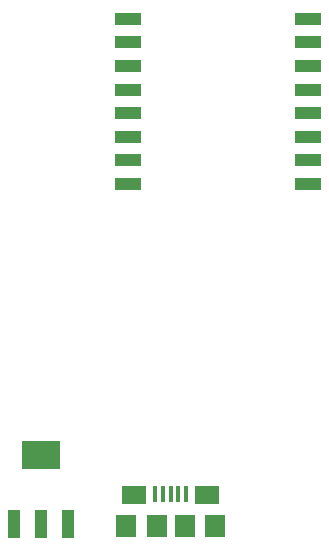
<source format=gtp>
G04 Layer_Color=8421504*
%FSLAX25Y25*%
%MOIN*%
G70*
G01*
G75*
%ADD10R,0.03937X0.09449*%
%ADD11R,0.12992X0.09449*%
%ADD12R,0.08858X0.03937*%
%ADD13R,0.08268X0.06299*%
%ADD14R,0.01575X0.05315*%
%ADD15R,0.07087X0.07480*%
D10*
X45945Y10165D02*
D03*
X55000D02*
D03*
X64055D02*
D03*
D11*
X55000Y33000D02*
D03*
D12*
X83961Y123382D02*
D03*
Y131256D02*
D03*
Y139130D02*
D03*
Y147004D02*
D03*
Y154878D02*
D03*
Y162752D02*
D03*
Y170626D02*
D03*
Y178500D02*
D03*
X144000D02*
D03*
Y170626D02*
D03*
Y162752D02*
D03*
Y154878D02*
D03*
Y147004D02*
D03*
Y139130D02*
D03*
Y131256D02*
D03*
Y123382D02*
D03*
D13*
X86169Y19736D02*
D03*
X110382D02*
D03*
D14*
X93158Y20228D02*
D03*
X95717D02*
D03*
X98276D02*
D03*
X100835D02*
D03*
X103394D02*
D03*
D15*
X93551Y9500D02*
D03*
X103000D02*
D03*
X113039D02*
D03*
X83512D02*
D03*
M02*

</source>
